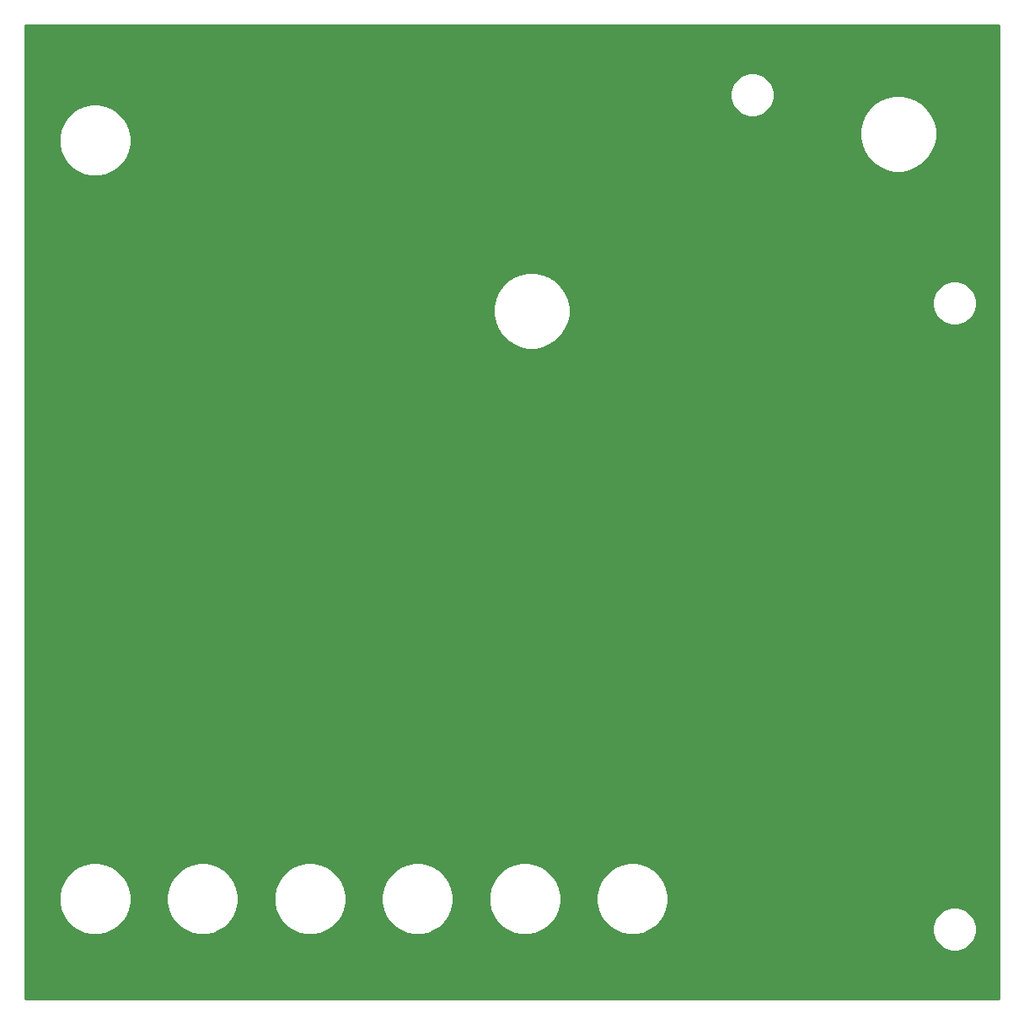
<source format=gtl>
G04 #@! TF.GenerationSoftware,KiCad,Pcbnew,5.1.12-1.fc34*
G04 #@! TF.CreationDate,2022-01-17T20:52:51+01:00*
G04 #@! TF.ProjectId,lfo-panel,6c666f2d-7061-46e6-956c-2e6b69636164,rev?*
G04 #@! TF.SameCoordinates,Original*
G04 #@! TF.FileFunction,Copper,L1,Top*
G04 #@! TF.FilePolarity,Positive*
%FSLAX46Y46*%
G04 Gerber Fmt 4.6, Leading zero omitted, Abs format (unit mm)*
G04 Created by KiCad (PCBNEW 5.1.12-1.fc34) date 2022-01-17 20:52:51*
%MOMM*%
%LPD*%
G01*
G04 APERTURE LIST*
G04 #@! TA.AperFunction,NonConductor*
%ADD10C,0.254000*%
G04 #@! TD*
G04 #@! TA.AperFunction,NonConductor*
%ADD11C,0.100000*%
G04 #@! TD*
G04 APERTURE END LIST*
D10*
X161900001Y-149200000D02*
X64160000Y-149200000D01*
X64160000Y-138836524D01*
X67485000Y-138836524D01*
X67485000Y-139552556D01*
X67624691Y-140254830D01*
X67898705Y-140916358D01*
X68296511Y-141511717D01*
X68802823Y-142018029D01*
X69398182Y-142415835D01*
X70059710Y-142689849D01*
X70761984Y-142829540D01*
X71478016Y-142829540D01*
X72180290Y-142689849D01*
X72841818Y-142415835D01*
X73437177Y-142018029D01*
X73943489Y-141511717D01*
X74341295Y-140916358D01*
X74615309Y-140254830D01*
X74755000Y-139552556D01*
X74755000Y-138836524D01*
X78280000Y-138836524D01*
X78280000Y-139552556D01*
X78419691Y-140254830D01*
X78693705Y-140916358D01*
X79091511Y-141511717D01*
X79597823Y-142018029D01*
X80193182Y-142415835D01*
X80854710Y-142689849D01*
X81556984Y-142829540D01*
X82273016Y-142829540D01*
X82975290Y-142689849D01*
X83636818Y-142415835D01*
X84232177Y-142018029D01*
X84738489Y-141511717D01*
X85136295Y-140916358D01*
X85410309Y-140254830D01*
X85550000Y-139552556D01*
X85550000Y-138836524D01*
X89075000Y-138836524D01*
X89075000Y-139552556D01*
X89214691Y-140254830D01*
X89488705Y-140916358D01*
X89886511Y-141511717D01*
X90392823Y-142018029D01*
X90988182Y-142415835D01*
X91649710Y-142689849D01*
X92351984Y-142829540D01*
X93068016Y-142829540D01*
X93770290Y-142689849D01*
X94431818Y-142415835D01*
X95027177Y-142018029D01*
X95533489Y-141511717D01*
X95931295Y-140916358D01*
X96205309Y-140254830D01*
X96345000Y-139552556D01*
X96345000Y-138836524D01*
X99870000Y-138836524D01*
X99870000Y-139552556D01*
X100009691Y-140254830D01*
X100283705Y-140916358D01*
X100681511Y-141511717D01*
X101187823Y-142018029D01*
X101783182Y-142415835D01*
X102444710Y-142689849D01*
X103146984Y-142829540D01*
X103863016Y-142829540D01*
X104565290Y-142689849D01*
X105226818Y-142415835D01*
X105822177Y-142018029D01*
X106328489Y-141511717D01*
X106726295Y-140916358D01*
X107000309Y-140254830D01*
X107140000Y-139552556D01*
X107140000Y-138836524D01*
X110665000Y-138836524D01*
X110665000Y-139552556D01*
X110804691Y-140254830D01*
X111078705Y-140916358D01*
X111476511Y-141511717D01*
X111982823Y-142018029D01*
X112578182Y-142415835D01*
X113239710Y-142689849D01*
X113941984Y-142829540D01*
X114658016Y-142829540D01*
X115360290Y-142689849D01*
X116021818Y-142415835D01*
X116617177Y-142018029D01*
X117123489Y-141511717D01*
X117521295Y-140916358D01*
X117795309Y-140254830D01*
X117935000Y-139552556D01*
X117935000Y-138836524D01*
X121460000Y-138836524D01*
X121460000Y-139552556D01*
X121599691Y-140254830D01*
X121873705Y-140916358D01*
X122271511Y-141511717D01*
X122777823Y-142018029D01*
X123373182Y-142415835D01*
X124034710Y-142689849D01*
X124736984Y-142829540D01*
X125453016Y-142829540D01*
X126155290Y-142689849D01*
X126816818Y-142415835D01*
X127409418Y-142019872D01*
X155245000Y-142019872D01*
X155245000Y-142460128D01*
X155330890Y-142891925D01*
X155499369Y-143298669D01*
X155743962Y-143664729D01*
X156055271Y-143976038D01*
X156421331Y-144220631D01*
X156828075Y-144389110D01*
X157259872Y-144475000D01*
X157700128Y-144475000D01*
X158131925Y-144389110D01*
X158538669Y-144220631D01*
X158904729Y-143976038D01*
X159216038Y-143664729D01*
X159460631Y-143298669D01*
X159629110Y-142891925D01*
X159715000Y-142460128D01*
X159715000Y-142019872D01*
X159629110Y-141588075D01*
X159460631Y-141181331D01*
X159216038Y-140815271D01*
X158904729Y-140503962D01*
X158538669Y-140259369D01*
X158131925Y-140090890D01*
X157700128Y-140005000D01*
X157259872Y-140005000D01*
X156828075Y-140090890D01*
X156421331Y-140259369D01*
X156055271Y-140503962D01*
X155743962Y-140815271D01*
X155499369Y-141181331D01*
X155330890Y-141588075D01*
X155245000Y-142019872D01*
X127409418Y-142019872D01*
X127412177Y-142018029D01*
X127918489Y-141511717D01*
X128316295Y-140916358D01*
X128590309Y-140254830D01*
X128730000Y-139552556D01*
X128730000Y-138836524D01*
X128590309Y-138134250D01*
X128316295Y-137472722D01*
X127918489Y-136877363D01*
X127412177Y-136371051D01*
X126816818Y-135973245D01*
X126155290Y-135699231D01*
X125453016Y-135559540D01*
X124736984Y-135559540D01*
X124034710Y-135699231D01*
X123373182Y-135973245D01*
X122777823Y-136371051D01*
X122271511Y-136877363D01*
X121873705Y-137472722D01*
X121599691Y-138134250D01*
X121460000Y-138836524D01*
X117935000Y-138836524D01*
X117795309Y-138134250D01*
X117521295Y-137472722D01*
X117123489Y-136877363D01*
X116617177Y-136371051D01*
X116021818Y-135973245D01*
X115360290Y-135699231D01*
X114658016Y-135559540D01*
X113941984Y-135559540D01*
X113239710Y-135699231D01*
X112578182Y-135973245D01*
X111982823Y-136371051D01*
X111476511Y-136877363D01*
X111078705Y-137472722D01*
X110804691Y-138134250D01*
X110665000Y-138836524D01*
X107140000Y-138836524D01*
X107000309Y-138134250D01*
X106726295Y-137472722D01*
X106328489Y-136877363D01*
X105822177Y-136371051D01*
X105226818Y-135973245D01*
X104565290Y-135699231D01*
X103863016Y-135559540D01*
X103146984Y-135559540D01*
X102444710Y-135699231D01*
X101783182Y-135973245D01*
X101187823Y-136371051D01*
X100681511Y-136877363D01*
X100283705Y-137472722D01*
X100009691Y-138134250D01*
X99870000Y-138836524D01*
X96345000Y-138836524D01*
X96205309Y-138134250D01*
X95931295Y-137472722D01*
X95533489Y-136877363D01*
X95027177Y-136371051D01*
X94431818Y-135973245D01*
X93770290Y-135699231D01*
X93068016Y-135559540D01*
X92351984Y-135559540D01*
X91649710Y-135699231D01*
X90988182Y-135973245D01*
X90392823Y-136371051D01*
X89886511Y-136877363D01*
X89488705Y-137472722D01*
X89214691Y-138134250D01*
X89075000Y-138836524D01*
X85550000Y-138836524D01*
X85410309Y-138134250D01*
X85136295Y-137472722D01*
X84738489Y-136877363D01*
X84232177Y-136371051D01*
X83636818Y-135973245D01*
X82975290Y-135699231D01*
X82273016Y-135559540D01*
X81556984Y-135559540D01*
X80854710Y-135699231D01*
X80193182Y-135973245D01*
X79597823Y-136371051D01*
X79091511Y-136877363D01*
X78693705Y-137472722D01*
X78419691Y-138134250D01*
X78280000Y-138836524D01*
X74755000Y-138836524D01*
X74615309Y-138134250D01*
X74341295Y-137472722D01*
X73943489Y-136877363D01*
X73437177Y-136371051D01*
X72841818Y-135973245D01*
X72180290Y-135699231D01*
X71478016Y-135559540D01*
X70761984Y-135559540D01*
X70059710Y-135699231D01*
X69398182Y-135973245D01*
X68802823Y-136371051D01*
X68296511Y-136877363D01*
X67898705Y-137472722D01*
X67624691Y-138134250D01*
X67485000Y-138836524D01*
X64160000Y-138836524D01*
X64160000Y-79746741D01*
X111090640Y-79746741D01*
X111090640Y-80512019D01*
X111239938Y-81262593D01*
X111532798Y-81969618D01*
X111957963Y-82605923D01*
X112499097Y-83147057D01*
X113135402Y-83572222D01*
X113842427Y-83865082D01*
X114593001Y-84014380D01*
X115358279Y-84014380D01*
X116108853Y-83865082D01*
X116815878Y-83572222D01*
X117452183Y-83147057D01*
X117993317Y-82605923D01*
X118418482Y-81969618D01*
X118711342Y-81262593D01*
X118860640Y-80512019D01*
X118860640Y-79746741D01*
X118742911Y-79154872D01*
X155245000Y-79154872D01*
X155245000Y-79595128D01*
X155330890Y-80026925D01*
X155499369Y-80433669D01*
X155743962Y-80799729D01*
X156055271Y-81111038D01*
X156421331Y-81355631D01*
X156828075Y-81524110D01*
X157259872Y-81610000D01*
X157700128Y-81610000D01*
X158131925Y-81524110D01*
X158538669Y-81355631D01*
X158904729Y-81111038D01*
X159216038Y-80799729D01*
X159460631Y-80433669D01*
X159629110Y-80026925D01*
X159715000Y-79595128D01*
X159715000Y-79154872D01*
X159629110Y-78723075D01*
X159460631Y-78316331D01*
X159216038Y-77950271D01*
X158904729Y-77638962D01*
X158538669Y-77394369D01*
X158131925Y-77225890D01*
X157700128Y-77140000D01*
X157259872Y-77140000D01*
X156828075Y-77225890D01*
X156421331Y-77394369D01*
X156055271Y-77638962D01*
X155743962Y-77950271D01*
X155499369Y-78316331D01*
X155330890Y-78723075D01*
X155245000Y-79154872D01*
X118742911Y-79154872D01*
X118711342Y-78996167D01*
X118418482Y-78289142D01*
X117993317Y-77652837D01*
X117452183Y-77111703D01*
X116815878Y-76686538D01*
X116108853Y-76393678D01*
X115358279Y-76244380D01*
X114593001Y-76244380D01*
X113842427Y-76393678D01*
X113135402Y-76686538D01*
X112499097Y-77111703D01*
X111957963Y-77652837D01*
X111532798Y-78289142D01*
X111239938Y-78996167D01*
X111090640Y-79746741D01*
X64160000Y-79746741D01*
X64160000Y-62636524D01*
X67485000Y-62636524D01*
X67485000Y-63352556D01*
X67624691Y-64054830D01*
X67898705Y-64716358D01*
X68296511Y-65311717D01*
X68802823Y-65818029D01*
X69398182Y-66215835D01*
X70059710Y-66489849D01*
X70761984Y-66629540D01*
X71478016Y-66629540D01*
X72180290Y-66489849D01*
X72841818Y-66215835D01*
X73437177Y-65818029D01*
X73943489Y-65311717D01*
X74341295Y-64716358D01*
X74615309Y-64054830D01*
X74755000Y-63352556D01*
X74755000Y-62636524D01*
X74621772Y-61966741D01*
X147920640Y-61966741D01*
X147920640Y-62732019D01*
X148069938Y-63482593D01*
X148362798Y-64189618D01*
X148787963Y-64825923D01*
X149329097Y-65367057D01*
X149965402Y-65792222D01*
X150672427Y-66085082D01*
X151423001Y-66234380D01*
X152188279Y-66234380D01*
X152938853Y-66085082D01*
X153645878Y-65792222D01*
X154282183Y-65367057D01*
X154823317Y-64825923D01*
X155248482Y-64189618D01*
X155541342Y-63482593D01*
X155690640Y-62732019D01*
X155690640Y-61966741D01*
X155541342Y-61216167D01*
X155248482Y-60509142D01*
X154823317Y-59872837D01*
X154282183Y-59331703D01*
X153645878Y-58906538D01*
X152938853Y-58613678D01*
X152188279Y-58464380D01*
X151423001Y-58464380D01*
X150672427Y-58613678D01*
X149965402Y-58906538D01*
X149329097Y-59331703D01*
X148787963Y-59872837D01*
X148362798Y-60509142D01*
X148069938Y-61216167D01*
X147920640Y-61966741D01*
X74621772Y-61966741D01*
X74615309Y-61934250D01*
X74341295Y-61272722D01*
X73943489Y-60677363D01*
X73437177Y-60171051D01*
X72841818Y-59773245D01*
X72180290Y-59499231D01*
X71478016Y-59359540D01*
X70761984Y-59359540D01*
X70059710Y-59499231D01*
X69398182Y-59773245D01*
X68802823Y-60171051D01*
X68296511Y-60677363D01*
X67898705Y-61272722D01*
X67624691Y-61934250D01*
X67485000Y-62636524D01*
X64160000Y-62636524D01*
X64160000Y-58199872D01*
X134925000Y-58199872D01*
X134925000Y-58640128D01*
X135010890Y-59071925D01*
X135179369Y-59478669D01*
X135423962Y-59844729D01*
X135735271Y-60156038D01*
X136101331Y-60400631D01*
X136508075Y-60569110D01*
X136939872Y-60655000D01*
X137380128Y-60655000D01*
X137811925Y-60569110D01*
X138218669Y-60400631D01*
X138584729Y-60156038D01*
X138896038Y-59844729D01*
X139140631Y-59478669D01*
X139309110Y-59071925D01*
X139395000Y-58640128D01*
X139395000Y-58199872D01*
X139309110Y-57768075D01*
X139140631Y-57361331D01*
X138896038Y-56995271D01*
X138584729Y-56683962D01*
X138218669Y-56439369D01*
X137811925Y-56270890D01*
X137380128Y-56185000D01*
X136939872Y-56185000D01*
X136508075Y-56270890D01*
X136101331Y-56439369D01*
X135735271Y-56683962D01*
X135423962Y-56995271D01*
X135179369Y-57361331D01*
X135010890Y-57768075D01*
X134925000Y-58199872D01*
X64160000Y-58199872D01*
X64160000Y-51460000D01*
X161900000Y-51460000D01*
X161900001Y-149200000D01*
G04 #@! TA.AperFunction,NonConductor*
D11*
G36*
X161900001Y-149200000D02*
G01*
X64160000Y-149200000D01*
X64160000Y-138836524D01*
X67485000Y-138836524D01*
X67485000Y-139552556D01*
X67624691Y-140254830D01*
X67898705Y-140916358D01*
X68296511Y-141511717D01*
X68802823Y-142018029D01*
X69398182Y-142415835D01*
X70059710Y-142689849D01*
X70761984Y-142829540D01*
X71478016Y-142829540D01*
X72180290Y-142689849D01*
X72841818Y-142415835D01*
X73437177Y-142018029D01*
X73943489Y-141511717D01*
X74341295Y-140916358D01*
X74615309Y-140254830D01*
X74755000Y-139552556D01*
X74755000Y-138836524D01*
X78280000Y-138836524D01*
X78280000Y-139552556D01*
X78419691Y-140254830D01*
X78693705Y-140916358D01*
X79091511Y-141511717D01*
X79597823Y-142018029D01*
X80193182Y-142415835D01*
X80854710Y-142689849D01*
X81556984Y-142829540D01*
X82273016Y-142829540D01*
X82975290Y-142689849D01*
X83636818Y-142415835D01*
X84232177Y-142018029D01*
X84738489Y-141511717D01*
X85136295Y-140916358D01*
X85410309Y-140254830D01*
X85550000Y-139552556D01*
X85550000Y-138836524D01*
X89075000Y-138836524D01*
X89075000Y-139552556D01*
X89214691Y-140254830D01*
X89488705Y-140916358D01*
X89886511Y-141511717D01*
X90392823Y-142018029D01*
X90988182Y-142415835D01*
X91649710Y-142689849D01*
X92351984Y-142829540D01*
X93068016Y-142829540D01*
X93770290Y-142689849D01*
X94431818Y-142415835D01*
X95027177Y-142018029D01*
X95533489Y-141511717D01*
X95931295Y-140916358D01*
X96205309Y-140254830D01*
X96345000Y-139552556D01*
X96345000Y-138836524D01*
X99870000Y-138836524D01*
X99870000Y-139552556D01*
X100009691Y-140254830D01*
X100283705Y-140916358D01*
X100681511Y-141511717D01*
X101187823Y-142018029D01*
X101783182Y-142415835D01*
X102444710Y-142689849D01*
X103146984Y-142829540D01*
X103863016Y-142829540D01*
X104565290Y-142689849D01*
X105226818Y-142415835D01*
X105822177Y-142018029D01*
X106328489Y-141511717D01*
X106726295Y-140916358D01*
X107000309Y-140254830D01*
X107140000Y-139552556D01*
X107140000Y-138836524D01*
X110665000Y-138836524D01*
X110665000Y-139552556D01*
X110804691Y-140254830D01*
X111078705Y-140916358D01*
X111476511Y-141511717D01*
X111982823Y-142018029D01*
X112578182Y-142415835D01*
X113239710Y-142689849D01*
X113941984Y-142829540D01*
X114658016Y-142829540D01*
X115360290Y-142689849D01*
X116021818Y-142415835D01*
X116617177Y-142018029D01*
X117123489Y-141511717D01*
X117521295Y-140916358D01*
X117795309Y-140254830D01*
X117935000Y-139552556D01*
X117935000Y-138836524D01*
X121460000Y-138836524D01*
X121460000Y-139552556D01*
X121599691Y-140254830D01*
X121873705Y-140916358D01*
X122271511Y-141511717D01*
X122777823Y-142018029D01*
X123373182Y-142415835D01*
X124034710Y-142689849D01*
X124736984Y-142829540D01*
X125453016Y-142829540D01*
X126155290Y-142689849D01*
X126816818Y-142415835D01*
X127409418Y-142019872D01*
X155245000Y-142019872D01*
X155245000Y-142460128D01*
X155330890Y-142891925D01*
X155499369Y-143298669D01*
X155743962Y-143664729D01*
X156055271Y-143976038D01*
X156421331Y-144220631D01*
X156828075Y-144389110D01*
X157259872Y-144475000D01*
X157700128Y-144475000D01*
X158131925Y-144389110D01*
X158538669Y-144220631D01*
X158904729Y-143976038D01*
X159216038Y-143664729D01*
X159460631Y-143298669D01*
X159629110Y-142891925D01*
X159715000Y-142460128D01*
X159715000Y-142019872D01*
X159629110Y-141588075D01*
X159460631Y-141181331D01*
X159216038Y-140815271D01*
X158904729Y-140503962D01*
X158538669Y-140259369D01*
X158131925Y-140090890D01*
X157700128Y-140005000D01*
X157259872Y-140005000D01*
X156828075Y-140090890D01*
X156421331Y-140259369D01*
X156055271Y-140503962D01*
X155743962Y-140815271D01*
X155499369Y-141181331D01*
X155330890Y-141588075D01*
X155245000Y-142019872D01*
X127409418Y-142019872D01*
X127412177Y-142018029D01*
X127918489Y-141511717D01*
X128316295Y-140916358D01*
X128590309Y-140254830D01*
X128730000Y-139552556D01*
X128730000Y-138836524D01*
X128590309Y-138134250D01*
X128316295Y-137472722D01*
X127918489Y-136877363D01*
X127412177Y-136371051D01*
X126816818Y-135973245D01*
X126155290Y-135699231D01*
X125453016Y-135559540D01*
X124736984Y-135559540D01*
X124034710Y-135699231D01*
X123373182Y-135973245D01*
X122777823Y-136371051D01*
X122271511Y-136877363D01*
X121873705Y-137472722D01*
X121599691Y-138134250D01*
X121460000Y-138836524D01*
X117935000Y-138836524D01*
X117795309Y-138134250D01*
X117521295Y-137472722D01*
X117123489Y-136877363D01*
X116617177Y-136371051D01*
X116021818Y-135973245D01*
X115360290Y-135699231D01*
X114658016Y-135559540D01*
X113941984Y-135559540D01*
X113239710Y-135699231D01*
X112578182Y-135973245D01*
X111982823Y-136371051D01*
X111476511Y-136877363D01*
X111078705Y-137472722D01*
X110804691Y-138134250D01*
X110665000Y-138836524D01*
X107140000Y-138836524D01*
X107000309Y-138134250D01*
X106726295Y-137472722D01*
X106328489Y-136877363D01*
X105822177Y-136371051D01*
X105226818Y-135973245D01*
X104565290Y-135699231D01*
X103863016Y-135559540D01*
X103146984Y-135559540D01*
X102444710Y-135699231D01*
X101783182Y-135973245D01*
X101187823Y-136371051D01*
X100681511Y-136877363D01*
X100283705Y-137472722D01*
X100009691Y-138134250D01*
X99870000Y-138836524D01*
X96345000Y-138836524D01*
X96205309Y-138134250D01*
X95931295Y-137472722D01*
X95533489Y-136877363D01*
X95027177Y-136371051D01*
X94431818Y-135973245D01*
X93770290Y-135699231D01*
X93068016Y-135559540D01*
X92351984Y-135559540D01*
X91649710Y-135699231D01*
X90988182Y-135973245D01*
X90392823Y-136371051D01*
X89886511Y-136877363D01*
X89488705Y-137472722D01*
X89214691Y-138134250D01*
X89075000Y-138836524D01*
X85550000Y-138836524D01*
X85410309Y-138134250D01*
X85136295Y-137472722D01*
X84738489Y-136877363D01*
X84232177Y-136371051D01*
X83636818Y-135973245D01*
X82975290Y-135699231D01*
X82273016Y-135559540D01*
X81556984Y-135559540D01*
X80854710Y-135699231D01*
X80193182Y-135973245D01*
X79597823Y-136371051D01*
X79091511Y-136877363D01*
X78693705Y-137472722D01*
X78419691Y-138134250D01*
X78280000Y-138836524D01*
X74755000Y-138836524D01*
X74615309Y-138134250D01*
X74341295Y-137472722D01*
X73943489Y-136877363D01*
X73437177Y-136371051D01*
X72841818Y-135973245D01*
X72180290Y-135699231D01*
X71478016Y-135559540D01*
X70761984Y-135559540D01*
X70059710Y-135699231D01*
X69398182Y-135973245D01*
X68802823Y-136371051D01*
X68296511Y-136877363D01*
X67898705Y-137472722D01*
X67624691Y-138134250D01*
X67485000Y-138836524D01*
X64160000Y-138836524D01*
X64160000Y-79746741D01*
X111090640Y-79746741D01*
X111090640Y-80512019D01*
X111239938Y-81262593D01*
X111532798Y-81969618D01*
X111957963Y-82605923D01*
X112499097Y-83147057D01*
X113135402Y-83572222D01*
X113842427Y-83865082D01*
X114593001Y-84014380D01*
X115358279Y-84014380D01*
X116108853Y-83865082D01*
X116815878Y-83572222D01*
X117452183Y-83147057D01*
X117993317Y-82605923D01*
X118418482Y-81969618D01*
X118711342Y-81262593D01*
X118860640Y-80512019D01*
X118860640Y-79746741D01*
X118742911Y-79154872D01*
X155245000Y-79154872D01*
X155245000Y-79595128D01*
X155330890Y-80026925D01*
X155499369Y-80433669D01*
X155743962Y-80799729D01*
X156055271Y-81111038D01*
X156421331Y-81355631D01*
X156828075Y-81524110D01*
X157259872Y-81610000D01*
X157700128Y-81610000D01*
X158131925Y-81524110D01*
X158538669Y-81355631D01*
X158904729Y-81111038D01*
X159216038Y-80799729D01*
X159460631Y-80433669D01*
X159629110Y-80026925D01*
X159715000Y-79595128D01*
X159715000Y-79154872D01*
X159629110Y-78723075D01*
X159460631Y-78316331D01*
X159216038Y-77950271D01*
X158904729Y-77638962D01*
X158538669Y-77394369D01*
X158131925Y-77225890D01*
X157700128Y-77140000D01*
X157259872Y-77140000D01*
X156828075Y-77225890D01*
X156421331Y-77394369D01*
X156055271Y-77638962D01*
X155743962Y-77950271D01*
X155499369Y-78316331D01*
X155330890Y-78723075D01*
X155245000Y-79154872D01*
X118742911Y-79154872D01*
X118711342Y-78996167D01*
X118418482Y-78289142D01*
X117993317Y-77652837D01*
X117452183Y-77111703D01*
X116815878Y-76686538D01*
X116108853Y-76393678D01*
X115358279Y-76244380D01*
X114593001Y-76244380D01*
X113842427Y-76393678D01*
X113135402Y-76686538D01*
X112499097Y-77111703D01*
X111957963Y-77652837D01*
X111532798Y-78289142D01*
X111239938Y-78996167D01*
X111090640Y-79746741D01*
X64160000Y-79746741D01*
X64160000Y-62636524D01*
X67485000Y-62636524D01*
X67485000Y-63352556D01*
X67624691Y-64054830D01*
X67898705Y-64716358D01*
X68296511Y-65311717D01*
X68802823Y-65818029D01*
X69398182Y-66215835D01*
X70059710Y-66489849D01*
X70761984Y-66629540D01*
X71478016Y-66629540D01*
X72180290Y-66489849D01*
X72841818Y-66215835D01*
X73437177Y-65818029D01*
X73943489Y-65311717D01*
X74341295Y-64716358D01*
X74615309Y-64054830D01*
X74755000Y-63352556D01*
X74755000Y-62636524D01*
X74621772Y-61966741D01*
X147920640Y-61966741D01*
X147920640Y-62732019D01*
X148069938Y-63482593D01*
X148362798Y-64189618D01*
X148787963Y-64825923D01*
X149329097Y-65367057D01*
X149965402Y-65792222D01*
X150672427Y-66085082D01*
X151423001Y-66234380D01*
X152188279Y-66234380D01*
X152938853Y-66085082D01*
X153645878Y-65792222D01*
X154282183Y-65367057D01*
X154823317Y-64825923D01*
X155248482Y-64189618D01*
X155541342Y-63482593D01*
X155690640Y-62732019D01*
X155690640Y-61966741D01*
X155541342Y-61216167D01*
X155248482Y-60509142D01*
X154823317Y-59872837D01*
X154282183Y-59331703D01*
X153645878Y-58906538D01*
X152938853Y-58613678D01*
X152188279Y-58464380D01*
X151423001Y-58464380D01*
X150672427Y-58613678D01*
X149965402Y-58906538D01*
X149329097Y-59331703D01*
X148787963Y-59872837D01*
X148362798Y-60509142D01*
X148069938Y-61216167D01*
X147920640Y-61966741D01*
X74621772Y-61966741D01*
X74615309Y-61934250D01*
X74341295Y-61272722D01*
X73943489Y-60677363D01*
X73437177Y-60171051D01*
X72841818Y-59773245D01*
X72180290Y-59499231D01*
X71478016Y-59359540D01*
X70761984Y-59359540D01*
X70059710Y-59499231D01*
X69398182Y-59773245D01*
X68802823Y-60171051D01*
X68296511Y-60677363D01*
X67898705Y-61272722D01*
X67624691Y-61934250D01*
X67485000Y-62636524D01*
X64160000Y-62636524D01*
X64160000Y-58199872D01*
X134925000Y-58199872D01*
X134925000Y-58640128D01*
X135010890Y-59071925D01*
X135179369Y-59478669D01*
X135423962Y-59844729D01*
X135735271Y-60156038D01*
X136101331Y-60400631D01*
X136508075Y-60569110D01*
X136939872Y-60655000D01*
X137380128Y-60655000D01*
X137811925Y-60569110D01*
X138218669Y-60400631D01*
X138584729Y-60156038D01*
X138896038Y-59844729D01*
X139140631Y-59478669D01*
X139309110Y-59071925D01*
X139395000Y-58640128D01*
X139395000Y-58199872D01*
X139309110Y-57768075D01*
X139140631Y-57361331D01*
X138896038Y-56995271D01*
X138584729Y-56683962D01*
X138218669Y-56439369D01*
X137811925Y-56270890D01*
X137380128Y-56185000D01*
X136939872Y-56185000D01*
X136508075Y-56270890D01*
X136101331Y-56439369D01*
X135735271Y-56683962D01*
X135423962Y-56995271D01*
X135179369Y-57361331D01*
X135010890Y-57768075D01*
X134925000Y-58199872D01*
X64160000Y-58199872D01*
X64160000Y-51460000D01*
X161900000Y-51460000D01*
X161900001Y-149200000D01*
G37*
G04 #@! TD.AperFunction*
M02*

</source>
